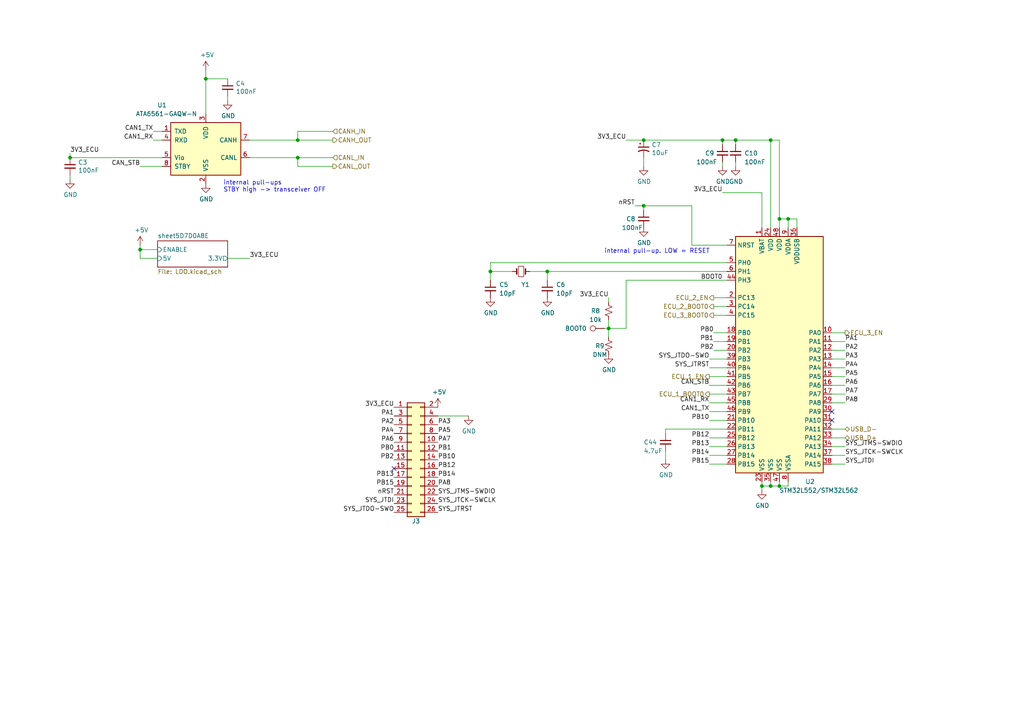
<source format=kicad_sch>
(kicad_sch (version 20230121) (generator eeschema)
  (paper "A4")
  (title_block (title "RAMN: Resistant Automotive Miniature Network V1.0") (date "2024-02-20") (rev "B2L") (company "Copyright (c) 2024 TOYOTA MOTOR CORPORATION. ALL RIGHTS RESERVED.") (comment 3 "License: CC BY-SA 4.0") (comment 4 "https://github.com/toyotainfotech/ramn"))
  (lib_symbols
    (symbol "Connector:TestPoint" (pin_numbers hide) (pin_names (offset 0.762) hide)
      (property "Reference" "TP" (at 0 6.858 0))
      (property "Value" "TestPoint" (at 0 5.08 0))
      (symbol "TestPoint_0_1"
        (circle (center 0 3.302) (radius 0.762))
      )
      (symbol "TestPoint_1_1"
        (pin passive line (at 0 0 90) (length 2.54) (name "1") (number "1"))
      )
    )
    (symbol "Connector_Generic:Conn_02x13_Odd_Even" (pin_names (offset 1.016) hide)
      (property "Reference" "J" (at 1.27 17.78 0))
      (property "Value" "Conn_02x13_Odd_Even" (at 1.27 -17.78 0))
      (symbol "Conn_02x13_Odd_Even_1_1"
        (rectangle (start -1.27 -15.113) (end 0 -15.367) (stroke (width 0.1524)))
        (rectangle (start -1.27 -12.573) (end 0 -12.827) (stroke (width 0.1524)))
        (rectangle (start -1.27 -10.033) (end 0 -10.287) (stroke (width 0.1524)))
        (rectangle (start -1.27 -7.493) (end 0 -7.747) (stroke (width 0.1524)))
        (rectangle (start -1.27 -4.953) (end 0 -5.207) (stroke (width 0.1524)))
        (rectangle (start -1.27 -2.413) (end 0 -2.667) (stroke (width 0.1524)))
        (rectangle (start -1.27 0.127) (end 0 -0.127) (stroke (width 0.1524)))
        (rectangle (start -1.27 2.667) (end 0 2.413) (stroke (width 0.1524)))
        (rectangle (start -1.27 5.207) (end 0 4.953) (stroke (width 0.1524)))
        (rectangle (start -1.27 7.747) (end 0 7.493) (stroke (width 0.1524)))
        (rectangle (start -1.27 10.287) (end 0 10.033) (stroke (width 0.1524)))
        (rectangle (start -1.27 12.827) (end 0 12.573) (stroke (width 0.1524)))
        (rectangle (start -1.27 15.367) (end 0 15.113) (stroke (width 0.1524)))
        (rectangle (start -1.27 16.51) (end 3.81 -16.51) (stroke (width 0.254)) (fill (type background)))
        (rectangle (start 3.81 -15.113) (end 2.54 -15.367) (stroke (width 0.1524)))
        (rectangle (start 3.81 -12.573) (end 2.54 -12.827) (stroke (width 0.1524)))
        (rectangle (start 3.81 -10.033) (end 2.54 -10.287) (stroke (width 0.1524)))
        (rectangle (start 3.81 -7.493) (end 2.54 -7.747) (stroke (width 0.1524)))
        (rectangle (start 3.81 -4.953) (end 2.54 -5.207) (stroke (width 0.1524)))
        (rectangle (start 3.81 -2.413) (end 2.54 -2.667) (stroke (width 0.1524)))
        (rectangle (start 3.81 0.127) (end 2.54 -0.127) (stroke (width 0.1524)))
        (rectangle (start 3.81 2.667) (end 2.54 2.413) (stroke (width 0.1524)))
        (rectangle (start 3.81 5.207) (end 2.54 4.953) (stroke (width 0.1524)))
        (rectangle (start 3.81 7.747) (end 2.54 7.493) (stroke (width 0.1524)))
        (rectangle (start 3.81 10.287) (end 2.54 10.033) (stroke (width 0.1524)))
        (rectangle (start 3.81 12.827) (end 2.54 12.573) (stroke (width 0.1524)))
        (rectangle (start 3.81 15.367) (end 2.54 15.113) (stroke (width 0.1524)))
        (pin passive line (at -5.08 15.24 0) (length 3.81) (name "Pin_1") (number "1"))
        (pin passive line (at 7.62 5.08 180) (length 3.81) (name "Pin_10") (number "10"))
        (pin passive line (at -5.08 2.54 0) (length 3.81) (name "Pin_11") (number "11"))
        (pin passive line (at 7.62 2.54 180) (length 3.81) (name "Pin_12") (number "12"))
        (pin passive line (at -5.08 0 0) (length 3.81) (name "Pin_13") (number "13"))
        (pin passive line (at 7.62 0 180) (length 3.81) (name "Pin_14") (number "14"))
        (pin passive line (at -5.08 -2.54 0) (length 3.81) (name "Pin_15") (number "15"))
        (pin passive line (at 7.62 -2.54 180) (length 3.81) (name "Pin_16") (number "16"))
        (pin passive line (at -5.08 -5.08 0) (length 3.81) (name "Pin_17") (number "17"))
        (pin passive line (at 7.62 -5.08 180) (length 3.81) (name "Pin_18") (number "18"))
        (pin passive line (at -5.08 -7.62 0) (length 3.81) (name "Pin_19") (number "19"))
        (pin passive line (at 7.62 15.24 180) (length 3.81) (name "Pin_2") (number "2"))
        (pin passive line (at 7.62 -7.62 180) (length 3.81) (name "Pin_20") (number "20"))
        (pin passive line (at -5.08 -10.16 0) (length 3.81) (name "Pin_21") (number "21"))
        (pin passive line (at 7.62 -10.16 180) (length 3.81) (name "Pin_22") (number "22"))
        (pin passive line (at -5.08 -12.7 0) (length 3.81) (name "Pin_23") (number "23"))
        (pin passive line (at 7.62 -12.7 180) (length 3.81) (name "Pin_24") (number "24"))
        (pin passive line (at -5.08 -15.24 0) (length 3.81) (name "Pin_25") (number "25"))
        (pin passive line (at 7.62 -15.24 180) (length 3.81) (name "Pin_26") (number "26"))
        (pin passive line (at -5.08 12.7 0) (length 3.81) (name "Pin_3") (number "3"))
        (pin passive line (at 7.62 12.7 180) (length 3.81) (name "Pin_4") (number "4"))
        (pin passive line (at -5.08 10.16 0) (length 3.81) (name "Pin_5") (number "5"))
        (pin passive line (at 7.62 10.16 180) (length 3.81) (name "Pin_6") (number "6"))
        (pin passive line (at -5.08 7.62 0) (length 3.81) (name "Pin_7") (number "7"))
        (pin passive line (at 7.62 7.62 180) (length 3.81) (name "Pin_8") (number "8"))
        (pin passive line (at -5.08 5.08 0) (length 3.81) (name "Pin_9") (number "9"))
      )
    )
    (symbol "Device:C_Small" (pin_numbers hide) (pin_names (offset 0.254) hide)
      (property "Reference" "C" (at 0.254 1.778 0))
      (property "Value" "C_Small" (at 0.254 -2.032 0))
      (symbol "C_Small_0_1"
        (polyline (pts (xy -1.524 -0.508) (xy 1.524 -0.508)) (stroke (width 0.3302)))
        (polyline (pts (xy -1.524 0.508) (xy 1.524 0.508)) (stroke (width 0.3048)))
      )
      (symbol "C_Small_1_1"
        (pin passive line (at 0 2.54 270) (length 2.032) (name "~") (number "1"))
        (pin passive line (at 0 -2.54 90) (length 2.032) (name "~") (number "2"))
      )
    )
    (symbol "Device:Crystal_Small" (pin_numbers hide) (pin_names (offset 1.016) hide)
      (property "Reference" "Y" (at 0 2.54 0))
      (property "Value" "Crystal_Small" (at 0 -2.54 0))
      (symbol "Crystal_Small_0_1"
        (rectangle (start -0.762 -1.524) (end 0.762 1.524))
        (polyline (pts (xy -1.27 -0.762) (xy -1.27 0.762)) (stroke (width 0.381)))
        (polyline (pts (xy 1.27 -0.762) (xy 1.27 0.762)) (stroke (width 0.381)))
      )
      (symbol "Crystal_Small_1_1"
        (pin passive line (at -2.54 0 0) (length 1.27) (name "1") (number "1"))
        (pin passive line (at 2.54 0 180) (length 1.27) (name "2") (number "2"))
      )
    )
    (symbol "Device:R_Small_US" (pin_numbers hide) (pin_names (offset 0.254) hide)
      (property "Reference" "R" (at 0.762 0.508 0))
      (property "Value" "R_Small_US" (at 0.762 -1.016 0))
      (symbol "R_Small_US_1_1"
        (polyline (pts (xy 0 0) (xy 1.016 -0.381) (xy 0 -0.762) (xy -1.016 -1.143) (xy 0 -1.524)))
        (polyline (pts (xy 0 1.524) (xy 1.016 1.143) (xy 0 0.762) (xy -1.016 0.381) (xy 0 0)))
        (pin passive line (at 0 2.54 270) (length 1.016) (name "~") (number "1"))
        (pin passive line (at 0 -2.54 90) (length 1.016) (name "~") (number "2"))
      )
    )
    (symbol "Interface_CAN_LIN:MCP2562-E-SN" (pin_names (offset 1.016))
      (property "Reference" "U" (at -10.16 8.89 0))
      (property "Value" "MCP2562-E-SN" (at 2.54 8.89 0))
      (symbol "MCP2562-E-SN_0_1"
        (rectangle (start -10.16 7.62) (end 10.16 -7.62) (stroke (width 0.254)) (fill (type background)))
      )
      (symbol "MCP2562-E-SN_1_1"
        (pin input line (at -12.7 5.08 0) (length 2.54) (name "TXD") (number "1"))
        (pin power_in line (at 0 -10.16 90) (length 2.54) (name "VSS") (number "2"))
        (pin power_in line (at 0 10.16 270) (length 2.54) (name "VDD") (number "3"))
        (pin output line (at -12.7 2.54 0) (length 2.54) (name "RXD") (number "4"))
        (pin power_in line (at -12.7 -2.54 0) (length 2.54) (name "Vio") (number "5"))
        (pin bidirectional line (at 12.7 -2.54 180) (length 2.54) (name "CANL") (number "6"))
        (pin bidirectional line (at 12.7 2.54 180) (length 2.54) (name "CANH") (number "7"))
        (pin input line (at -12.7 -5.08 0) (length 2.54) (name "STBY") (number "8"))
      )
    )
    (symbol "power:+5V" (power) (pin_names (offset 0))
      (property "Value" "+5V" (at 0 3.556 0))
      (symbol "+5V_0_1"
        (polyline (pts (xy -0.762 1.27) (xy 0 2.54)))
        (polyline (pts (xy 0 0) (xy 0 2.54)))
        (polyline (pts (xy 0 2.54) (xy 0.762 1.27)))
      )
      (symbol "+5V_1_1"
        (pin power_in line (at 0 0 90) (length 0) hide (name "+5V") (number "1"))
      )
    )
    (symbol "power:GND" (power) (pin_names (offset 0))
      (property "Value" "GND" (at 0 -3.81 0))
      (symbol "GND_0_1"
        (polyline (pts (xy 0 0) (xy 0 -1.27) (xy 1.27 -1.27) (xy 0 -2.54) (xy -1.27 -1.27) (xy 0 -1.27)))
      )
      (symbol "GND_1_1"
        (pin power_in line (at 0 0 270) (length 0) hide (name "GND") (number "1"))
      )
    )
    (symbol "ramn-rescue:CP1_Small-Device" (pin_numbers hide) (pin_names (offset 0.254) hide)
      (property "Reference" "C" (at 0.254 1.778 0))
      (property "Value" "Device_CP1_Small" (at 0.254 -2.032 0))
      (symbol "CP1_Small-Device_0_1"
        (polyline (pts (xy -1.524 0.508) (xy 1.524 0.508)) (stroke (width 0.3048)))
        (polyline (pts (xy -1.27 1.524) (xy -0.762 1.524)))
        (polyline (pts (xy -1.016 1.27) (xy -1.016 1.778)))
        (arc (start 1.524 -0.762) (mid 0 -0.3734) (end -1.524 -0.762) (stroke (width 0.3048)))
      )
      (symbol "CP1_Small-Device_1_1"
        (pin passive line (at 0 2.54 270) (length 2.032) (name "~") (number "1"))
        (pin passive line (at 0 -2.54 90) (length 2.032) (name "~") (number "2"))
      )
    )
    (symbol "ramn-rescue:STM32L443CCTx-MCU_ST_STM32L4"
      (property "Reference" "U" (at -12.7 34.29 0))
      (property "Value" "MCU_ST_STM32L4_STM32L443CCTx" (at 7.62 34.29 0))
      (symbol "STM32L443CCTx-MCU_ST_STM32L4_0_1"
        (rectangle (start -12.7 -35.56) (end 12.7 33.02) (stroke (width 0.254)) (fill (type background)))
      )
      (symbol "STM32L443CCTx-MCU_ST_STM32L4_1_1"
        (pin power_in line (at -5.08 35.56 270) (length 2.54) (name "VBAT") (number "1"))
        (pin bidirectional line (at 15.24 5.08 180) (length 2.54) (name "PA0") (number "10"))
        (pin bidirectional line (at 15.24 2.54 180) (length 2.54) (name "PA1") (number "11"))
        (pin bidirectional line (at 15.24 0 180) (length 2.54) (name "PA2") (number "12"))
        (pin bidirectional line (at 15.24 -2.54 180) (length 2.54) (name "PA3") (number "13"))
        (pin bidirectional line (at 15.24 -5.08 180) (length 2.54) (name "PA4") (number "14"))
        (pin bidirectional line (at 15.24 -7.62 180) (length 2.54) (name "PA5") (number "15"))
        (pin bidirectional line (at 15.24 -10.16 180) (length 2.54) (name "PA6") (number "16"))
        (pin bidirectional line (at 15.24 -12.7 180) (length 2.54) (name "PA7") (number "17"))
        (pin bidirectional line (at -15.24 5.08 0) (length 2.54) (name "PB0") (number "18"))
        (pin bidirectional line (at -15.24 2.54 0) (length 2.54) (name "PB1") (number "19"))
        (pin bidirectional line (at -15.24 15.24 0) (length 2.54) (name "PC13") (number "2"))
        (pin bidirectional line (at -15.24 0 0) (length 2.54) (name "PB2") (number "20"))
        (pin bidirectional line (at -15.24 -20.32 0) (length 2.54) (name "PB10") (number "21"))
        (pin bidirectional line (at -15.24 -22.86 0) (length 2.54) (name "PB11") (number "22"))
        (pin power_in line (at -5.08 -38.1 90) (length 2.54) (name "VSS") (number "23"))
        (pin power_in line (at -2.54 35.56 270) (length 2.54) (name "VDD") (number "24"))
        (pin bidirectional line (at -15.24 -25.4 0) (length 2.54) (name "PB12") (number "25"))
        (pin bidirectional line (at -15.24 -27.94 0) (length 2.54) (name "PB13") (number "26"))
        (pin bidirectional line (at -15.24 -30.48 0) (length 2.54) (name "PB14") (number "27"))
        (pin bidirectional line (at -15.24 -33.02 0) (length 2.54) (name "PB15") (number "28"))
        (pin bidirectional line (at 15.24 -15.24 180) (length 2.54) (name "PA8") (number "29"))
        (pin bidirectional line (at -15.24 12.7 0) (length 2.54) (name "PC14") (number "3"))
        (pin bidirectional line (at 15.24 -17.78 180) (length 2.54) (name "PA9") (number "30"))
        (pin bidirectional line (at 15.24 -20.32 180) (length 2.54) (name "PA10") (number "31"))
        (pin bidirectional line (at 15.24 -22.86 180) (length 2.54) (name "PA11") (number "32"))
        (pin bidirectional line (at 15.24 -25.4 180) (length 2.54) (name "PA12") (number "33"))
        (pin bidirectional line (at 15.24 -27.94 180) (length 2.54) (name "PA13") (number "34"))
        (pin power_in line (at -2.54 -38.1 90) (length 2.54) (name "VSS") (number "35"))
        (pin power_in line (at 5.08 35.56 270) (length 2.54) (name "VDDUSB") (number "36"))
        (pin bidirectional line (at 15.24 -30.48 180) (length 2.54) (name "PA14") (number "37"))
        (pin bidirectional line (at 15.24 -33.02 180) (length 2.54) (name "PA15") (number "38"))
        (pin bidirectional line (at -15.24 -2.54 0) (length 2.54) (name "PB3") (number "39"))
        (pin bidirectional line (at -15.24 10.16 0) (length 2.54) (name "PC15") (number "4"))
        (pin bidirectional line (at -15.24 -5.08 0) (length 2.54) (name "PB4") (number "40"))
        (pin bidirectional line (at -15.24 -7.62 0) (length 2.54) (name "PB5") (number "41"))
        (pin bidirectional line (at -15.24 -10.16 0) (length 2.54) (name "PB6") (number "42"))
        (pin bidirectional line (at -15.24 -12.7 0) (length 2.54) (name "PB7") (number "43"))
        (pin bidirectional line (at -15.24 20.32 0) (length 2.54) (name "PH3") (number "44"))
        (pin bidirectional line (at -15.24 -15.24 0) (length 2.54) (name "PB8") (number "45"))
        (pin bidirectional line (at -15.24 -17.78 0) (length 2.54) (name "PB9") (number "46"))
        (pin power_in line (at 0 -38.1 90) (length 2.54) (name "VSS") (number "47"))
        (pin power_in line (at 0 35.56 270) (length 2.54) (name "VDD") (number "48"))
        (pin input line (at -15.24 25.4 0) (length 2.54) (name "PH0") (number "5"))
        (pin input line (at -15.24 22.86 0) (length 2.54) (name "PH1") (number "6"))
        (pin input line (at -15.24 30.48 0) (length 2.54) (name "NRST") (number "7"))
        (pin power_in line (at 2.54 -38.1 90) (length 2.54) (name "VSSA") (number "8"))
        (pin power_in line (at 2.54 35.56 270) (length 2.54) (name "VDDA") (number "9"))
      )
    )
  )
  (junction (at 86.36 45.72))
  (junction (at 213.36 40.64))
  (junction (at 223.52 140.97))
  (junction (at 220.98 140.97))
  (junction (at 142.24 78.74))
  (junction (at 186.69 59.69))
  (junction (at 209.55 40.64))
  (junction (at 86.36 40.64))
  (junction (at 158.75 78.74))
  (junction (at 20.32 45.72))
  (junction (at 176.53 95.25))
  (junction (at 40.64 72.39))
  (junction (at 228.6 63.5))
  (junction (at 226.06 63.5))
  (junction (at 223.52 40.64))
  (junction (at 59.69 22.86))
  (junction (at 186.69 40.64))
  (junction (at 226.06 140.97))
  (no_connect (at 114.3 135.89))
  (no_connect (at 241.3 121.92))
  (no_connect (at 241.3 119.38))
  (wire (pts (xy 241.3 106.68) (xy 245.11 106.68)))
  (wire (pts (xy 205.74 134.62) (xy 210.82 134.62)))
  (wire (pts (xy 86.36 48.26) (xy 96.52 48.26)))
  (wire (pts (xy 181.61 81.28) (xy 210.82 81.28)))
  (wire (pts (xy 231.14 63.5) (xy 231.14 66.04)))
  (wire (pts (xy 241.3 101.6) (xy 245.11 101.6)))
  (wire (pts (xy 213.36 46.99) (xy 213.36 48.26)))
  (wire (pts (xy 176.53 95.25) (xy 176.53 97.79)))
  (wire (pts (xy 46.99 48.26) (xy 40.64 48.26)))
  (wire (pts (xy 241.3 127) (xy 245.11 127)))
  (wire (pts (xy 200.66 59.69) (xy 200.66 71.12)))
  (wire (pts (xy 72.39 45.72) (xy 86.36 45.72)))
  (wire (pts (xy 207.01 96.52) (xy 210.82 96.52)))
  (wire (pts (xy 20.32 45.72) (xy 46.99 45.72)))
  (wire (pts (xy 193.04 130.81) (xy 193.04 133.35)))
  (wire (pts (xy 210.82 106.68) (xy 205.74 106.68)))
  (wire (pts (xy 45.72 72.39) (xy 40.64 72.39)))
  (wire (pts (xy 158.75 78.74) (xy 158.75 81.28)))
  (wire (pts (xy 241.3 109.22) (xy 245.11 109.22)))
  (wire (pts (xy 213.36 40.64) (xy 223.52 40.64)))
  (wire (pts (xy 205.74 132.08) (xy 210.82 132.08)))
  (wire (pts (xy 193.04 124.46) (xy 210.82 124.46)))
  (wire (pts (xy 86.36 40.64) (xy 96.52 40.64)))
  (wire (pts (xy 205.74 127) (xy 210.82 127)))
  (wire (pts (xy 20.32 50.8) (xy 20.32 52.07)))
  (wire (pts (xy 207.01 99.06) (xy 210.82 99.06)))
  (wire (pts (xy 186.69 59.69) (xy 200.66 59.69)))
  (wire (pts (xy 66.04 27.94) (xy 66.04 29.21)))
  (wire (pts (xy 223.52 140.97) (xy 220.98 140.97)))
  (wire (pts (xy 66.04 22.86) (xy 59.69 22.86)))
  (wire (pts (xy 241.3 114.3) (xy 245.11 114.3)))
  (wire (pts (xy 241.3 96.52) (xy 245.11 96.52)))
  (wire (pts (xy 226.06 63.5) (xy 226.06 40.64)))
  (wire (pts (xy 205.74 121.92) (xy 210.82 121.92)))
  (wire (pts (xy 228.6 140.97) (xy 226.06 140.97)))
  (wire (pts (xy 228.6 63.5) (xy 231.14 63.5)))
  (wire (pts (xy 223.52 40.64) (xy 226.06 40.64)))
  (wire (pts (xy 205.74 111.76) (xy 210.82 111.76)))
  (wire (pts (xy 226.06 139.7) (xy 226.06 140.97)))
  (wire (pts (xy 207.01 101.6) (xy 210.82 101.6)))
  (wire (pts (xy 226.06 66.04) (xy 226.06 63.5)))
  (wire (pts (xy 86.36 48.26) (xy 86.36 45.72)))
  (wire (pts (xy 220.98 55.88) (xy 220.98 66.04)))
  (wire (pts (xy 59.69 22.86) (xy 59.69 33.02)))
  (wire (pts (xy 200.66 71.12) (xy 210.82 71.12)))
  (wire (pts (xy 220.98 140.97) (xy 220.98 142.24)))
  (wire (pts (xy 40.64 71.12) (xy 40.64 72.39)))
  (wire (pts (xy 66.04 74.93) (xy 72.39 74.93)))
  (wire (pts (xy 193.04 124.46) (xy 193.04 125.73)))
  (wire (pts (xy 176.53 92.71) (xy 176.53 95.25)))
  (wire (pts (xy 210.82 114.3) (xy 205.74 114.3)))
  (wire (pts (xy 228.6 66.04) (xy 228.6 63.5)))
  (wire (pts (xy 241.3 99.06) (xy 245.11 99.06)))
  (wire (pts (xy 226.06 140.97) (xy 223.52 140.97)))
  (wire (pts (xy 142.24 78.74) (xy 142.24 81.28)))
  (wire (pts (xy 186.69 45.72) (xy 186.69 48.26)))
  (wire (pts (xy 44.45 38.1) (xy 46.99 38.1)))
  (wire (pts (xy 186.69 40.64) (xy 209.55 40.64)))
  (wire (pts (xy 153.67 78.74) (xy 158.75 78.74)))
  (wire (pts (xy 205.74 109.22) (xy 210.82 109.22)))
  (wire (pts (xy 186.69 60.96) (xy 186.69 59.69)))
  (wire (pts (xy 186.69 40.64) (xy 181.61 40.64)))
  (wire (pts (xy 44.45 40.64) (xy 46.99 40.64)))
  (wire (pts (xy 142.24 76.2) (xy 210.82 76.2)))
  (wire (pts (xy 176.53 95.25) (xy 175.26 95.25)))
  (wire (pts (xy 205.74 129.54) (xy 210.82 129.54)))
  (wire (pts (xy 245.11 132.08) (xy 241.3 132.08)))
  (wire (pts (xy 181.61 95.25) (xy 176.53 95.25)))
  (wire (pts (xy 205.74 116.84) (xy 210.82 116.84)))
  (wire (pts (xy 241.3 104.14) (xy 245.11 104.14)))
  (wire (pts (xy 158.75 78.74) (xy 210.82 78.74)))
  (wire (pts (xy 223.52 66.04) (xy 223.52 40.64)))
  (wire (pts (xy 210.82 91.44) (xy 207.01 91.44)))
  (wire (pts (xy 127 120.65) (xy 135.89 120.65)))
  (wire (pts (xy 176.53 86.36) (xy 176.53 87.63)))
  (wire (pts (xy 241.3 111.76) (xy 245.11 111.76)))
  (wire (pts (xy 213.36 40.64) (xy 213.36 41.91)))
  (wire (pts (xy 72.39 40.64) (xy 86.36 40.64)))
  (wire (pts (xy 209.55 40.64) (xy 209.55 41.91)))
  (wire (pts (xy 205.74 119.38) (xy 210.82 119.38)))
  (wire (pts (xy 181.61 81.28) (xy 181.61 95.25)))
  (wire (pts (xy 40.64 72.39) (xy 40.64 74.93)))
  (wire (pts (xy 40.64 74.93) (xy 45.72 74.93)))
  (wire (pts (xy 245.11 124.46) (xy 241.3 124.46)))
  (wire (pts (xy 228.6 139.7) (xy 228.6 140.97)))
  (wire (pts (xy 223.52 139.7) (xy 223.52 140.97)))
  (wire (pts (xy 207.01 86.36) (xy 210.82 86.36)))
  (wire (pts (xy 209.55 46.99) (xy 209.55 48.26)))
  (wire (pts (xy 142.24 76.2) (xy 142.24 78.74)))
  (wire (pts (xy 86.36 38.1) (xy 96.52 38.1)))
  (wire (pts (xy 241.3 116.84) (xy 245.11 116.84)))
  (wire (pts (xy 228.6 63.5) (xy 226.06 63.5)))
  (wire (pts (xy 59.69 20.32) (xy 59.69 22.86)))
  (wire (pts (xy 207.01 88.9) (xy 210.82 88.9)))
  (wire (pts (xy 86.36 40.64) (xy 86.36 38.1)))
  (wire (pts (xy 86.36 45.72) (xy 96.52 45.72)))
  (wire (pts (xy 209.55 55.88) (xy 220.98 55.88)))
  (wire (pts (xy 209.55 40.64) (xy 213.36 40.64)))
  (wire (pts (xy 245.11 134.62) (xy 241.3 134.62)))
  (wire (pts (xy 142.24 78.74) (xy 148.59 78.74)))
  (wire (pts (xy 210.82 104.14) (xy 205.74 104.14)))
  (wire (pts (xy 220.98 139.7) (xy 220.98 140.97)))
  (wire (pts (xy 20.32 44.45) (xy 20.32 45.72)))
  (wire (pts (xy 186.69 59.69) (xy 184.15 59.69)))
  (wire (pts (xy 241.3 129.54) (xy 245.11 129.54)))
  (text "internal pull-ups\nSTBY high -> transceiver OFF" (at 64.77 55.88 0) (effects (font (size 1.27 1.27)) (justify left bottom)))
  (text "internal pull-up. LOW = RESET" (at 175.26 73.66 0) (effects (font (size 1.27 1.27)) (justify left bottom)))
  (label "3V3_ECU" (at 114.3 118.11 180))
  (label "PA8" (at 127 140.97 0))
  (label "PB1" (at 127 130.81 0))
  (label "SYS_JTMS-SWDIO" (at 245.11 129.54 0))
  (label "PB1" (at 207.01 99.06 180))
  (label "CAN1_TX" (at 44.45 38.1 180))
  (label "CAN1_RX" (at 205.74 116.84 180))
  (label "PA6" (at 114.3 128.27 180))
  (label "SYS_JTRST" (at 127 148.59 0))
  (label "SYS_JTDI" (at 245.11 134.62 0))
  (label "CAN1_RX" (at 44.45 40.64 180))
  (label "PA6" (at 245.11 111.76 0))
  (label "3V3_ECU" (at 72.39 74.93 0))
  (label "3V3_ECU" (at 209.55 55.88 180))
  (label "PA7" (at 127 128.27 0))
  (label "SYS_JTCK-SWCLK" (at 245.11 132.08 0))
  (label "CAN_STB" (at 40.64 48.26 180))
  (label "nRST" (at 114.3 143.51 180))
  (label "SYS_JTDI" (at 114.3 146.05 180))
  (label "3V3_ECU" (at 181.61 40.64 180))
  (label "PB10" (at 127 133.35 0))
  (label "PB14" (at 127 138.43 0))
  (label "PB0" (at 114.3 130.81 180))
  (label "PA5" (at 245.11 109.22 0))
  (label "PB15" (at 114.3 140.97 180))
  (label "SYS_JTMS-SWDIO" (at 127 143.51 0))
  (label "CAN_STB" (at 205.74 111.76 180))
  (label "PB12" (at 127 135.89 0))
  (label "PA7" (at 245.11 114.3 0))
  (label "PB14" (at 205.74 132.08 180))
  (label "3V3_ECU" (at 20.32 44.45 0))
  (label "PB13" (at 114.3 138.43 180))
  (label "SYS_JTCK-SWCLK" (at 127 146.05 0))
  (label "nRST" (at 184.15 59.69 180))
  (label "PA1" (at 114.3 120.65 180))
  (label "PA3" (at 245.11 104.14 0))
  (label "PB2" (at 114.3 133.35 180))
  (label "PA1" (at 245.11 99.06 0))
  (label "PA8" (at 245.11 116.84 0))
  (label "PA4" (at 114.3 125.73 180))
  (label "PA5" (at 127 125.73 0))
  (label "PB12" (at 205.74 127 180))
  (label "SYS_JTRST" (at 205.74 106.68 180))
  (label "PB15" (at 205.74 134.62 180))
  (label "3V3_ECU" (at 176.53 86.36 180))
  (label "PB2" (at 207.01 101.6 180))
  (label "PA2" (at 245.11 101.6 0))
  (label "SYS_JTDO-SWO" (at 205.74 104.14 180))
  (label "PA4" (at 245.11 106.68 0))
  (label "PB10" (at 205.74 121.92 180))
  (label "SYS_JTDO-SWO" (at 114.3 148.59 180))
  (label "PB0" (at 207.01 96.52 180))
  (label "PA2" (at 114.3 123.19 180))
  (label "PA3" (at 127 123.19 0))
  (label "BOOT0" (at 209.55 81.28 180))
  (label "PB13" (at 205.74 129.54 180))
  (label "CAN1_TX" (at 205.74 119.38 180))
  (hierarchical_label "CANL_IN" (shape input) (at 96.52 45.72 0))
  (hierarchical_label "ECU_3_EN" (shape output) (at 245.11 96.52 0))
  (hierarchical_label "ECU_2_BOOT0" (shape output) (at 207.01 88.9 180))
  (hierarchical_label "USB_D-" (shape bidirectional) (at 245.11 124.46 0))
  (hierarchical_label "ECU_2_EN" (shape output) (at 207.01 86.36 180))
  (hierarchical_label "ECU_1_EN" (shape output) (at 205.74 109.22 180))
  (hierarchical_label "CANL_OUT" (shape output) (at 96.52 48.26 0))
  (hierarchical_label "CANH_OUT" (shape output) (at 96.52 40.64 0))
  (hierarchical_label "ECU_3_BOOT0" (shape output) (at 207.01 91.44 180))
  (hierarchical_label "CANH_IN" (shape input) (at 96.52 38.1 0))
  (hierarchical_label "USB_D+" (shape bidirectional) (at 245.11 127 0))
  (hierarchical_label "ECU_1_BOOT0" (shape output) (at 205.74 114.3 180))
  (symbol (lib_id "power:+5V") (at 40.64 71.12 0) (unit 1)
    (property "Reference" "#PWR07" (effects hide))
    (property "Value" "+5V" (at 41.021 66.7258 0))
  )
  (symbol (lib_id "power:GND") (at 135.89 120.65 0) (unit 1)
    (property "Reference" "#PWR012" (effects hide))
    (property "Value" "GND" (at 136.017 125.0442 0))
  )
  (symbol (lib_id "power:+5V") (at 127 118.11 0) (unit 1)
    (property "Reference" "#PWR011" (effects hide))
    (property "Value" "+5V" (at 127.381 113.7158 0))
  )
  (symbol (lib_id "ramn-rescue:STM32L443CCTx-MCU_ST_STM32L4") (at 226.06 101.6 0) (unit 1)
    (property "Reference" "U2" (at 234.95 139.7 0))
    (property "Value" "STM32L552/STM32L562" (at 237.49 142.24 0))
    (property "Footprint" "Package_QFP:LQFP-48_7x7mm_P0.5mm" (effects hide))
    (property "Datasheet" "http://www.st.com/st-web-ui/static/active/en/resource/technical/document/datasheet/DM00254865.pdf" (effects hide))
  )
  (symbol (lib_id "Device:C_Small") (at 209.55 44.45 0) (unit 1)
    (property "Reference" "C9" (at 204.47 44.45 0) (effects (justify left)))
    (property "Value" "100nF" (at 201.93 46.99 0) (effects (justify left)))
    (property "Footprint" "Capacitor_SMD:C_0603_1608Metric" (effects hide))
  )
  (symbol (lib_id "Device:C_Small") (at 213.36 44.45 0) (unit 1)
    (property "Reference" "C10" (at 215.9 44.45 0) (effects (justify left)))
    (property "Value" "100nF" (at 215.9 46.99 0) (effects (justify left)))
    (property "Footprint" "Capacitor_SMD:C_0603_1608Metric" (effects hide))
  )
  (symbol (lib_id "power:GND") (at 213.36 48.26 0) (unit 1)
    (property "Reference" "#PWR020" (effects hide))
    (property "Value" "GND" (at 213.487 52.6542 0))
  )
  (symbol (lib_id "power:GND") (at 209.55 48.26 0) (unit 1)
    (property "Reference" "#PWR019" (effects hide))
    (property "Value" "GND" (at 209.677 52.6542 0))
  )
  (symbol (lib_id "power:GND") (at 186.69 48.26 0) (unit 1)
    (property "Reference" "#PWR016" (effects hide))
    (property "Value" "GND" (at 186.817 52.6542 0))
  )
  (symbol (lib_id "ramn-rescue:CP1_Small-Device") (at 186.69 43.18 0) (unit 1)
    (property "Reference" "C7" (at 189.0014 42.0116 0) (effects (justify left)))
    (property "Value" "10uF" (at 189.0014 44.323 0) (effects (justify left)))
    (property "Footprint" "Capacitor_SMD:C_1206_3216Metric" (effects hide))
  )
  (symbol (lib_id "Device:C_Small") (at 186.69 63.5 0) (unit 1)
    (property "Reference" "C8" (at 181.61 63.5 0) (effects (justify left)))
    (property "Value" "100nF" (at 180.34 66.04 0) (effects (justify left)))
    (property "Footprint" "Capacitor_SMD:C_0603_1608Metric" (effects hide))
  )
  (symbol (lib_id "power:GND") (at 186.69 66.04 0) (unit 1)
    (property "Reference" "#PWR017" (effects hide))
    (property "Value" "GND" (at 186.817 70.4342 0))
  )
  (symbol (lib_id "power:GND") (at 220.98 142.24 0) (unit 1)
    (property "Reference" "#PWR021" (effects hide))
    (property "Value" "GND" (at 221.107 146.6342 0))
  )
  (symbol (lib_id "Device:Crystal_Small") (at 151.13 78.74 0) (unit 1)
    (property "Reference" "Y1" (at 152.4 82.55 0))
    (property "Value" "NX3225GD-8MHZ-STD-CRA-3" (effects hide))
    (property "Footprint" "digikey-footprints:SMD-2_3.2x2.5mm" (effects hide))
  )
  (symbol (lib_id "Device:C_Small") (at 142.24 83.82 0) (unit 1)
    (property "Reference" "C5" (at 144.78 82.55 0) (effects (justify left)))
    (property "Value" "10pF" (at 144.78 85.09 0) (effects (justify left)))
    (property "Footprint" "Capacitor_SMD:C_0603_1608Metric" (effects hide))
  )
  (symbol (lib_id "Device:C_Small") (at 158.75 83.82 0) (unit 1)
    (property "Reference" "C6" (at 161.29 82.55 0) (effects (justify left)))
    (property "Value" "10pF" (at 161.29 85.09 0) (effects (justify left)))
    (property "Footprint" "Capacitor_SMD:C_0603_1608Metric" (effects hide))
  )
  (symbol (lib_id "power:GND") (at 158.75 86.36 0) (unit 1)
    (property "Reference" "#PWR014" (effects hide))
    (property "Value" "GND" (at 158.877 90.7542 0))
  )
  (symbol (lib_id "power:GND") (at 142.24 86.36 0) (unit 1)
    (property "Reference" "#PWR013" (effects hide))
    (property "Value" "GND" (at 142.367 90.7542 0))
  )
  (symbol (lib_id "Connector:TestPoint") (at 175.26 95.25 90) (unit 1)
    (property "Reference" "BOOT0" (at 170.18 95.25 90) (effects (justify left)))
    (property "Value" " " (at 174.5742 93.7768 0) (effects (justify left)))
    (property "Footprint" "TestPoint:TestPoint_Pad_D1.0mm" (effects hide))
  )
  (symbol (lib_id "Connector_Generic:Conn_02x13_Odd_Even") (at 119.38 133.35 0) (unit 1)
    (property "Reference" "J3" (at 120.65 151.13 0))
    (property "Value" " " (at 120.65 114.9096 0))
    (property "Footprint" "Connector_PinSocket_2.54mm:PinSocket_2x13_P2.54mm_Vertical" (effects hide))
  )
  (symbol (lib_id "Interface_CAN_LIN:MCP2562-E-SN") (at 59.69 43.18 0) (unit 1)
    (property "Reference" "U1" (at 46.99 30.48 0))
    (property "Value" "ATA6561-GAQW-N" (at 48.26 33.02 0))
    (property "Footprint" "Package_SO:SOIC-8_3.9x4.9mm_P1.27mm" (effects hide))
  )
  (symbol (lib_id "Device:C_Small") (at 20.32 48.26 0) (unit 1)
    (property "Reference" "C3" (at 22.6568 47.0916 0) (effects (justify left)))
    (property "Value" "100nF" (at 22.6568 49.403 0) (effects (justify left)))
    (property "Footprint" "Capacitor_SMD:C_0603_1608Metric" (effects hide))
  )
  (symbol (lib_id "power:GND") (at 20.32 52.07 0) (unit 1)
    (property "Reference" "#PWR06" (effects hide))
    (property "Value" "GND" (at 20.447 56.4642 0))
  )
  (symbol (lib_id "Device:C_Small") (at 66.04 25.4 0) (unit 1)
    (property "Reference" "C4" (at 68.3768 24.2316 0) (effects (justify left)))
    (property "Value" "100nF" (at 68.3768 26.543 0) (effects (justify left)))
    (property "Footprint" "Capacitor_SMD:C_0603_1608Metric" (effects hide))
  )
  (symbol (lib_id "power:GND") (at 66.04 29.21 0) (unit 1)
    (property "Reference" "#PWR010" (effects hide))
    (property "Value" "GND" (at 66.167 33.6042 0))
  )
  (symbol (lib_id "power:+5V") (at 59.69 20.32 0) (unit 1)
    (property "Reference" "#PWR08" (effects hide))
    (property "Value" "+5V" (at 60.071 15.9258 0))
  )
  (symbol (lib_id "power:GND") (at 59.69 53.34 0) (unit 1)
    (property "Reference" "#PWR09" (effects hide))
    (property "Value" "GND" (at 59.817 57.7342 0))
  )
  (symbol (lib_id "Device:R_Small_US") (at 176.53 100.33 0) (unit 1)
    (property "Reference" "R9" (at 173.99 100.33 0))
    (property "Value" "DNM" (at 173.99 102.87 0))
    (property "Footprint" "Resistor_SMD:R_0603_1608Metric" (effects hide))
  )
  (symbol (lib_id "power:GND") (at 176.53 102.87 0) (unit 1)
    (property "Reference" "#PWR015" (effects hide))
    (property "Value" "GND" (at 176.657 107.2642 0))
  )
  (symbol (lib_id "Device:R_Small_US") (at 176.53 90.17 0) (unit 1)
    (property "Reference" "R8" (at 172.72 90.17 0))
    (property "Value" "10k" (at 172.72 92.71 0))
    (property "Footprint" "Resistor_SMD:R_0603_1608Metric" (effects hide))
  )
  (symbol (lib_id "Device:C_Small") (at 193.04 128.27 0) (unit 1)
    (property "Reference" "C44" (at 186.69 128.27 0) (effects (justify left)))
    (property "Value" "4.7uF" (at 186.69 130.81 0) (effects (justify left)))
    (property "Footprint" "Capacitor_SMD:C_0603_1608Metric" (effects hide))
  )
  (symbol (lib_id "power:GND") (at 193.04 133.35 0) (unit 1)
    (property "Reference" "#PWR018" (effects hide))
    (property "Value" "GND" (at 193.167 137.7442 0))
  )
  (sheet (at 45.72 69.85) (size 20.32 7.62)
    (property "Sheetname" "sheet5D7D0A8E" (at 45.72 69.1384 0) (effects (justify left bottom)))
    (property "Sheetfile" "LDO.kicad_sch" (at 45.72 78.0546 0) (effects (justify left top)))
    (pin "3.3V" output (at 66.04 74.93 0))
    (pin "5V" input (at 45.72 74.93 180))
    (pin "ENABLE" input (at 45.72 72.39 180))
  )
)
</source>
